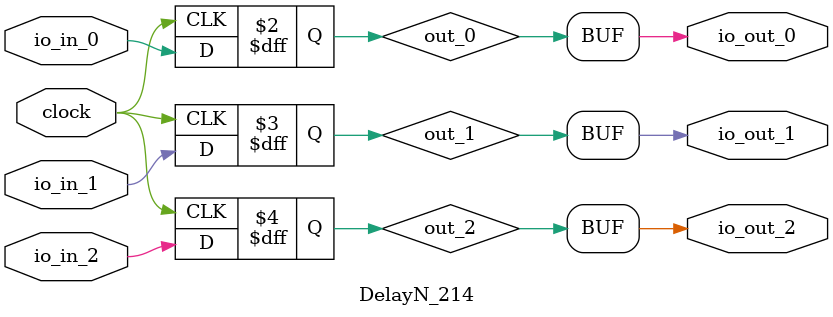
<source format=v>
module DelayN_214(
  input   clock,
  input   io_in_0,
  input   io_in_1,
  input   io_in_2,
  output  io_out_0,
  output  io_out_1,
  output  io_out_2
);
`ifdef RANDOMIZE_REG_INIT
  reg [31:0] _RAND_0;
  reg [31:0] _RAND_1;
  reg [31:0] _RAND_2;
`endif // RANDOMIZE_REG_INIT
  reg  out_0; // @[Hold.scala 90:18]
  reg  out_1; // @[Hold.scala 90:18]
  reg  out_2; // @[Hold.scala 90:18]
  assign io_out_0 = out_0; // @[Hold.scala 92:10]
  assign io_out_1 = out_1; // @[Hold.scala 92:10]
  assign io_out_2 = out_2; // @[Hold.scala 92:10]
  always @(posedge clock) begin
    out_0 <= io_in_0; // @[Hold.scala 90:18]
    out_1 <= io_in_1; // @[Hold.scala 90:18]
    out_2 <= io_in_2; // @[Hold.scala 90:18]
  end
// Register and memory initialization
`ifdef RANDOMIZE_GARBAGE_ASSIGN
`define RANDOMIZE
`endif
`ifdef RANDOMIZE_INVALID_ASSIGN
`define RANDOMIZE
`endif
`ifdef RANDOMIZE_REG_INIT
`define RANDOMIZE
`endif
`ifdef RANDOMIZE_MEM_INIT
`define RANDOMIZE
`endif
`ifndef RANDOM
`define RANDOM $random
`endif
`ifdef RANDOMIZE_MEM_INIT
  integer initvar;
`endif
`ifndef SYNTHESIS
`ifdef FIRRTL_BEFORE_INITIAL
`FIRRTL_BEFORE_INITIAL
`endif
initial begin
  `ifdef RANDOMIZE
    `ifdef INIT_RANDOM
      `INIT_RANDOM
    `endif
    `ifndef VERILATOR
      `ifdef RANDOMIZE_DELAY
        #`RANDOMIZE_DELAY begin end
      `else
        #0.002 begin end
      `endif
    `endif
`ifdef RANDOMIZE_REG_INIT
  _RAND_0 = {1{`RANDOM}};
  out_0 = _RAND_0[0:0];
  _RAND_1 = {1{`RANDOM}};
  out_1 = _RAND_1[0:0];
  _RAND_2 = {1{`RANDOM}};
  out_2 = _RAND_2[0:0];
`endif // RANDOMIZE_REG_INIT
  `endif // RANDOMIZE
end // initial
`ifdef FIRRTL_AFTER_INITIAL
`FIRRTL_AFTER_INITIAL
`endif
`endif // SYNTHESIS
endmodule


</source>
